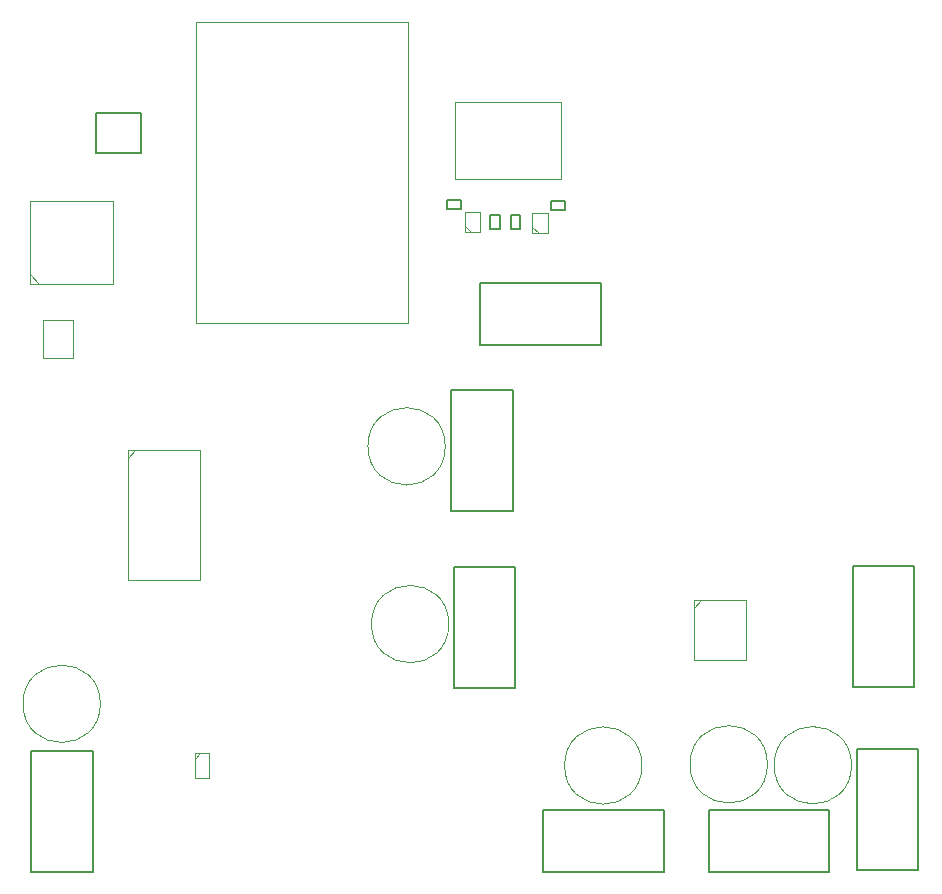
<source format=gbr>
%TF.GenerationSoftware,Altium Limited,Altium Designer,21.7.2 (23)*%
G04 Layer_Color=16711935*
%FSLAX45Y45*%
%MOMM*%
%TF.SameCoordinates,ACC8E456-25BC-4CB5-B469-56B585E6E94B*%
%TF.FilePolarity,Positive*%
%TF.FileFunction,Other,Mechanical_13*%
%TF.Part,Single*%
G01*
G75*
%TA.AperFunction,NonConductor*%
%ADD62C,0.10000*%
%ADD64C,0.20000*%
D62*
X812500Y1525000D02*
G03*
X812500Y1525000I-327500J0D01*
G01*
X7172500Y1005000D02*
G03*
X7172500Y1005000I-327500J0D01*
G01*
X6460000Y1012500D02*
G03*
X6460000Y1012500I-327500J0D01*
G01*
X3732500Y3705000D02*
G03*
X3732500Y3705000I-327500J0D01*
G01*
X3762500Y2200000D02*
G03*
X3762500Y2200000I-327500J0D01*
G01*
X5397500Y1002500D02*
G03*
X5397500Y1002500I-327500J0D01*
G01*
X1621160Y7296500D02*
X3421160D01*
Y4746500D02*
Y7296500D01*
X1621160Y4746500D02*
X3421160D01*
X1621160D02*
Y7296500D01*
X5835000Y2400000D02*
X6275000D01*
Y1900000D02*
Y2400000D01*
X5835000Y1900000D02*
X6275000D01*
X5835000D02*
Y2400000D01*
Y2335000D02*
X5900000Y2400000D01*
X1042500Y3672500D02*
X1652500D01*
Y2572500D02*
Y3672500D01*
X1042500Y2572500D02*
X1652500D01*
X1042500D02*
Y3672500D01*
Y3607500D02*
X1107500Y3672500D01*
X215160Y5082500D02*
Y5782500D01*
X915160D01*
Y5082500D02*
Y5782500D01*
X215160Y5082500D02*
X915160D01*
X215160Y5162500D02*
X295160Y5082500D01*
X580160Y4452500D02*
Y4772500D01*
X330160Y4452500D02*
X580160D01*
X330160D02*
Y4772500D01*
X580160D01*
X1610000Y1055000D02*
X1660000Y1105000D01*
X1610000Y895000D02*
Y1105000D01*
Y895000D02*
X1730000D01*
Y1105000D01*
X1610000D02*
X1730000D01*
X4470160Y5511300D02*
Y5681300D01*
X4600160D01*
Y5511300D02*
Y5681300D01*
X4470160Y5511300D02*
X4600160D01*
X4470160Y5565100D02*
X4523960Y5511300D01*
X3900160Y5517500D02*
Y5687500D01*
X4030160D01*
Y5517500D02*
Y5687500D01*
X3900160Y5517500D02*
X4030160D01*
X3900160Y5571299D02*
X3953960Y5517500D01*
X4712160Y5967500D02*
Y6617500D01*
X3818159D02*
X4712160D01*
X3818159Y5967500D02*
Y6617500D01*
Y5967500D02*
X4712160D01*
D64*
X3782500Y4180000D02*
X4302500D01*
Y3160000D02*
Y4180000D01*
X3782500Y3160000D02*
X4302500D01*
X3782500D02*
Y4180000D01*
X774660Y6187500D02*
X1155660D01*
X774660D02*
Y6530500D01*
X1155660D01*
Y6187500D02*
Y6530500D01*
X4115160Y5542500D02*
X4195160D01*
Y5662500D01*
X4115160D02*
X4195160D01*
X4115160Y5542500D02*
Y5662500D01*
X4285160Y5542500D02*
X4365160D01*
Y5662500D01*
X4285160D02*
X4365160D01*
X4285160Y5542500D02*
Y5662500D01*
X3749160Y5712500D02*
Y5792500D01*
Y5712500D02*
X3869160D01*
Y5792500D01*
X3749160D02*
X3869160D01*
X4745160Y5702500D02*
Y5782500D01*
X4625160D02*
X4745160D01*
X4625160Y5702500D02*
Y5782500D01*
Y5702500D02*
X4745160D01*
X228517Y105000D02*
X748517D01*
X228517D02*
Y1125000D01*
X748517D01*
Y105000D02*
Y1125000D01*
X7217500Y1140000D02*
X7737500D01*
Y120000D02*
Y1140000D01*
X7217500Y120000D02*
X7737500D01*
X7217500D02*
Y1140000D01*
X4030160Y4565000D02*
Y5085000D01*
X5050160D01*
Y4565000D02*
Y5085000D01*
X4030160Y4565000D02*
X5050160D01*
X7182500Y2690000D02*
X7702500D01*
Y1670000D02*
Y2690000D01*
X7182500Y1670000D02*
X7702500D01*
X7182500D02*
Y2690000D01*
X3802500Y2682500D02*
X4322500D01*
Y1662500D02*
Y2682500D01*
X3802500Y1662500D02*
X4322500D01*
X3802500D02*
Y2682500D01*
X5962500Y105000D02*
Y625000D01*
X6982500D01*
Y105000D02*
Y625000D01*
X5962500Y105000D02*
X6982500D01*
X5582500D02*
Y625000D01*
X4562500Y105000D02*
X5582500D01*
X4562500D02*
Y625000D01*
X5582500D01*
%TF.MD5,5347555f25062b3331b18a61cd7523ef*%
M02*

</source>
